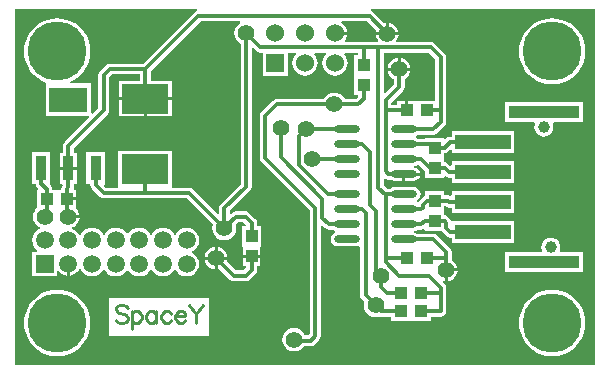
<source format=gtl>
G04 Layer_Physical_Order=1*
G04 Layer_Color=255*
%FSLAX43Y43*%
%MOMM*%
G71*
G01*
G75*
%ADD10R,1.000X1.100*%
%ADD11R,0.950X2.150*%
%ADD12R,3.250X2.150*%
%ADD13O,2.200X0.600*%
%ADD14R,1.100X1.000*%
%ADD15R,6.000X1.100*%
%ADD16R,4.700X1.300*%
%ADD17R,4.000X2.500*%
%ADD18C,0.300*%
%ADD19C,0.254*%
%ADD20R,1.524X1.524*%
%ADD21C,1.524*%
%ADD22C,1.000*%
%ADD23C,1.500*%
%ADD24R,1.500X1.500*%
%ADD25C,1.400*%
%ADD26C,5.000*%
G36*
X36041Y26310D02*
Y22800D01*
X34500D01*
Y22800D01*
X34454Y22754D01*
X33777D01*
Y22000D01*
X33523D01*
Y22754D01*
X32846D01*
Y22459D01*
X32309D01*
Y22660D01*
X33324Y23676D01*
X33424Y23824D01*
X33459Y24000D01*
Y24657D01*
X33481Y24667D01*
X33680Y24820D01*
X33833Y25019D01*
X33929Y25251D01*
X33946Y25373D01*
X32054D01*
X32071Y25251D01*
X32167Y25019D01*
X32320Y24820D01*
X32519Y24667D01*
X32541Y24657D01*
Y24190D01*
X31826Y23475D01*
X31709Y23524D01*
Y26869D01*
X35482D01*
X36041Y26310D01*
D02*
G37*
G36*
X49567Y433D02*
X433D01*
Y30567D01*
X15891D01*
X15904Y30440D01*
X15824Y30424D01*
X15676Y30324D01*
X11310Y25959D01*
X8500D01*
X8324Y25924D01*
X8176Y25824D01*
X7676Y25324D01*
X7576Y25176D01*
X7541Y25000D01*
Y22190D01*
X7042Y21691D01*
X6925Y21740D01*
Y24275D01*
X5120D01*
X5095Y24402D01*
X5325Y24497D01*
X5701Y24728D01*
X6036Y25014D01*
X6322Y25349D01*
X6553Y25725D01*
X6721Y26132D01*
X6824Y26561D01*
X6859Y27000D01*
X6824Y27439D01*
X6721Y27868D01*
X6553Y28275D01*
X6322Y28651D01*
X6036Y28986D01*
X5701Y29272D01*
X5325Y29503D01*
X4918Y29671D01*
X4489Y29774D01*
X4050Y29809D01*
X3611Y29774D01*
X3182Y29671D01*
X2775Y29503D01*
X2399Y29272D01*
X2064Y28986D01*
X1778Y28651D01*
X1547Y28275D01*
X1379Y27868D01*
X1276Y27439D01*
X1241Y27000D01*
X1276Y26561D01*
X1379Y26132D01*
X1547Y25725D01*
X1778Y25349D01*
X2064Y25014D01*
X2399Y24728D01*
X2775Y24497D01*
X3034Y24390D01*
X3075Y24275D01*
X3075Y24275D01*
X3075Y24275D01*
Y21525D01*
X6710D01*
X6759Y21408D01*
X4676Y19324D01*
X4576Y19176D01*
X4541Y19000D01*
Y18429D01*
X4271D01*
Y17227D01*
X5000D01*
X5729D01*
Y18429D01*
X5459D01*
Y18810D01*
X8324Y21676D01*
X8424Y21824D01*
X8459Y22000D01*
Y24810D01*
X8690Y25041D01*
X11041D01*
Y24504D01*
X9246D01*
Y23127D01*
X11500D01*
X13754D01*
Y24504D01*
X11959D01*
Y25310D01*
X16190Y29541D01*
X19512D01*
X19537Y29414D01*
X19536Y29413D01*
X19327Y29253D01*
X19167Y29044D01*
X19066Y28801D01*
X19031Y28540D01*
X19066Y28279D01*
X19167Y28036D01*
X19327Y27827D01*
X19536Y27667D01*
X19581Y27648D01*
Y15730D01*
X17876Y14024D01*
X17776Y13876D01*
X17741Y13700D01*
Y13274D01*
X17624Y13225D01*
X15524Y15324D01*
X15376Y15424D01*
X15200Y15459D01*
X13800D01*
Y18550D01*
X9200D01*
Y15459D01*
X8190D01*
X8031Y15618D01*
X8075Y15725D01*
X8075D01*
Y18475D01*
X6525D01*
Y15725D01*
X6841D01*
Y15700D01*
X6876Y15524D01*
X6976Y15376D01*
X7676Y14676D01*
X7824Y14576D01*
X8000Y14541D01*
X10000D01*
X10000Y14541D01*
X15010D01*
X17245Y12307D01*
X17226Y12261D01*
X17191Y12000D01*
X17226Y11739D01*
X17327Y11496D01*
X17487Y11287D01*
X17696Y11127D01*
X17939Y11026D01*
X18200Y10991D01*
X18461Y11026D01*
X18704Y11127D01*
X18913Y11287D01*
X19073Y11496D01*
X19174Y11739D01*
X19209Y12000D01*
X19174Y12261D01*
X19155Y12307D01*
X19390Y12541D01*
X19810D01*
X20024Y12327D01*
X20000Y12200D01*
X19700D01*
Y10562D01*
X19700Y10500D01*
X19746Y10392D01*
Y9777D01*
X20500D01*
X21254D01*
Y10392D01*
X21300Y10500D01*
X21300Y10562D01*
Y12200D01*
X20959D01*
Y12500D01*
X20924Y12676D01*
X20824Y12824D01*
X20324Y13324D01*
X20176Y13424D01*
X20000Y13459D01*
X19200D01*
X19024Y13424D01*
X18876Y13324D01*
X18776Y13225D01*
X18659Y13274D01*
Y13510D01*
X20364Y15216D01*
X20464Y15364D01*
X20499Y15540D01*
Y27266D01*
X20616Y27315D01*
X20928Y27004D01*
X21076Y26904D01*
X21252Y26869D01*
X21438D01*
Y24938D01*
X23562D01*
Y26869D01*
X24241D01*
X24271Y26742D01*
X24112Y26536D01*
X24005Y26277D01*
X23969Y26000D01*
X24005Y25723D01*
X24112Y25464D01*
X24283Y25243D01*
X24504Y25072D01*
X24763Y24965D01*
X25040Y24929D01*
X25317Y24965D01*
X25576Y25072D01*
X25797Y25243D01*
X25968Y25464D01*
X26075Y25723D01*
X26111Y26000D01*
X26075Y26277D01*
X25968Y26536D01*
X25809Y26742D01*
X25839Y26869D01*
X26781D01*
X26811Y26742D01*
X26652Y26536D01*
X26545Y26277D01*
X26509Y26000D01*
X26545Y25723D01*
X26652Y25464D01*
X26823Y25243D01*
X27044Y25072D01*
X27303Y24965D01*
X27580Y24929D01*
X27857Y24965D01*
X28116Y25072D01*
X28337Y25243D01*
X28508Y25464D01*
X28615Y25723D01*
X28651Y26000D01*
X28615Y26277D01*
X28508Y26536D01*
X28349Y26742D01*
X28379Y26869D01*
X29541D01*
Y26700D01*
X29200D01*
Y25127D01*
X29200Y25000D01*
X29200D01*
Y25000D01*
X29200D01*
Y23300D01*
X29500D01*
X29524Y23173D01*
X29310Y22959D01*
X28392D01*
X28374Y23004D01*
X28213Y23213D01*
X28004Y23374D01*
X27761Y23474D01*
X27500Y23509D01*
X27239Y23474D01*
X26996Y23374D01*
X26787Y23213D01*
X26627Y23004D01*
X26608Y22959D01*
X22660D01*
X22484Y22924D01*
X22336Y22824D01*
X21336Y21824D01*
X21236Y21676D01*
X21201Y21500D01*
Y18000D01*
X21236Y17824D01*
X21336Y17676D01*
X25441Y13570D01*
Y3090D01*
X25310Y2959D01*
X25034D01*
X24973Y3104D01*
X24813Y3313D01*
X24604Y3474D01*
X24361Y3574D01*
X24100Y3609D01*
X23839Y3574D01*
X23596Y3474D01*
X23387Y3313D01*
X23226Y3104D01*
X23126Y2861D01*
X23091Y2600D01*
X23126Y2339D01*
X23226Y2096D01*
X23387Y1887D01*
X23596Y1727D01*
X23839Y1626D01*
X24100Y1591D01*
X24361Y1626D01*
X24604Y1727D01*
X24813Y1887D01*
X24932Y2041D01*
X25500D01*
X25676Y2076D01*
X25824Y2176D01*
X26224Y2576D01*
X26324Y2724D01*
X26359Y2900D01*
Y12248D01*
X26476Y12296D01*
X26732Y12041D01*
X26881Y11941D01*
X27056Y11906D01*
X27407D01*
X27566Y11800D01*
X27591Y11795D01*
Y11665D01*
X27566Y11660D01*
X27367Y11528D01*
X27235Y11329D01*
X27188Y11095D01*
X27235Y10861D01*
X27367Y10662D01*
X27566Y10530D01*
X27800Y10483D01*
X29400D01*
X29564Y10516D01*
X29691Y10427D01*
Y6350D01*
X29726Y6174D01*
X29826Y6026D01*
X30045Y5807D01*
X30026Y5761D01*
X29991Y5500D01*
X30026Y5239D01*
X30126Y4996D01*
X30287Y4787D01*
X30496Y4627D01*
X30739Y4526D01*
X31000Y4491D01*
X31261Y4526D01*
X31364Y4568D01*
X31500Y4541D01*
X32300D01*
Y4200D01*
X34000D01*
Y4200D01*
X34000D01*
Y4200D01*
X35700D01*
Y4541D01*
X36500D01*
X36676Y4576D01*
X36824Y4676D01*
X36924Y4824D01*
X36959Y5000D01*
Y6500D01*
Y7000D01*
X36924Y7176D01*
X36824Y7324D01*
X36706Y7443D01*
X36749Y7561D01*
X36759Y7569D01*
X36873Y7554D01*
Y8500D01*
X37000D01*
Y8627D01*
X37946D01*
X37929Y8749D01*
X37833Y8981D01*
X37680Y9180D01*
X37481Y9333D01*
X37459Y9343D01*
Y10000D01*
X37424Y10176D01*
X37324Y10324D01*
X36229Y11419D01*
X36081Y11519D01*
X35905Y11554D01*
X34511D01*
X34416Y11617D01*
X34291Y11642D01*
Y11771D01*
X34434Y11800D01*
X34593Y11906D01*
X34865D01*
X35041Y11941D01*
X35073Y11963D01*
X35200Y11895D01*
Y11800D01*
X36592D01*
X36676Y11676D01*
X36986Y11366D01*
X37134Y11266D01*
X37310Y11231D01*
X37450D01*
Y10740D01*
X42750D01*
Y12640D01*
X37450D01*
X37382Y12739D01*
X37324Y12824D01*
X37174Y12974D01*
X37026Y13074D01*
X36850Y13109D01*
X36800D01*
Y13500D01*
X36800D01*
X36800Y13627D01*
Y13891D01*
X36927D01*
X37054Y13806D01*
X37230Y13771D01*
X37450D01*
Y13280D01*
X42750D01*
Y15180D01*
X37450D01*
Y14817D01*
X37323Y14749D01*
X37286Y14774D01*
X37110Y14809D01*
X36800D01*
Y15200D01*
X35200D01*
Y14779D01*
X35174Y14774D01*
X35026Y14674D01*
X34676Y14324D01*
X34637Y14267D01*
X34499Y14237D01*
X34502Y14385D01*
X34633Y14472D01*
X34765Y14671D01*
X34812Y14905D01*
X34765Y15139D01*
X34633Y15338D01*
X34434Y15470D01*
X34200Y15517D01*
X32600D01*
X32366Y15470D01*
X32207Y15364D01*
X31985D01*
X31709Y15640D01*
Y16159D01*
X31836Y16227D01*
X31919Y16171D01*
X32095Y16136D01*
X32289D01*
X32384Y16073D01*
X32600Y16030D01*
X33273D01*
Y16595D01*
X33400D01*
Y16722D01*
X34740D01*
X34722Y16811D01*
X34599Y16994D01*
X34416Y17117D01*
X34291Y17142D01*
Y17271D01*
X34434Y17300D01*
X34593Y17406D01*
X34675D01*
X35200Y16881D01*
Y16300D01*
X36800D01*
Y16392D01*
X36927Y16431D01*
X37054Y16346D01*
X37230Y16311D01*
X37450D01*
Y15820D01*
X42750D01*
Y17720D01*
X37450D01*
Y17378D01*
X37323Y17326D01*
X37174Y17474D01*
X37026Y17574D01*
X36850Y17609D01*
X36800D01*
Y18000D01*
X36800D01*
Y18000D01*
X36800D01*
Y18391D01*
X36850D01*
X37026Y18426D01*
X37174Y18526D01*
X37333Y18684D01*
X37450Y18635D01*
Y18360D01*
X42750D01*
Y20260D01*
X37450D01*
Y19769D01*
X37310D01*
X37134Y19734D01*
X36986Y19634D01*
X36917Y19566D01*
X36800Y19615D01*
Y19700D01*
X35200D01*
Y19594D01*
X34593D01*
X34434Y19700D01*
X34409Y19705D01*
Y19835D01*
X34434Y19840D01*
X34593Y19946D01*
X35905D01*
X36081Y19981D01*
X36229Y20081D01*
X36824Y20676D01*
X36924Y20824D01*
X36959Y21000D01*
Y22000D01*
Y26500D01*
X36924Y26676D01*
X36824Y26824D01*
X35996Y27652D01*
X35848Y27752D01*
X35672Y27787D01*
X32815D01*
X32753Y27914D01*
X32833Y28019D01*
X32929Y28251D01*
X32946Y28373D01*
X31054D01*
X31071Y28251D01*
X31167Y28019D01*
X31247Y27914D01*
X31185Y27787D01*
X28443D01*
X28380Y27914D01*
X28467Y28028D01*
X28570Y28275D01*
X28588Y28413D01*
X27580D01*
Y28667D01*
X28588D01*
X28570Y28805D01*
X28467Y29052D01*
X28305Y29265D01*
X28110Y29414D01*
X28116Y29478D01*
X28145Y29541D01*
X30310D01*
X31080Y28771D01*
X31071Y28749D01*
X31054Y28627D01*
X31873D01*
Y29446D01*
X31751Y29429D01*
X31729Y29420D01*
X30824Y30324D01*
X30676Y30424D01*
X30596Y30440D01*
X30609Y30567D01*
X49567D01*
Y433D01*
D02*
G37*
%LPC*%
G36*
X33127Y26446D02*
Y25627D01*
X33946D01*
X33929Y25749D01*
X33833Y25981D01*
X33680Y26180D01*
X33481Y26333D01*
X33249Y26429D01*
X33127Y26446D01*
D02*
G37*
G36*
X32873D02*
X32751Y26429D01*
X32519Y26333D01*
X32320Y26180D01*
X32167Y25981D01*
X32071Y25749D01*
X32054Y25627D01*
X32873D01*
Y26446D01*
D02*
G37*
G36*
X32127Y29446D02*
Y28627D01*
X32946D01*
X32929Y28749D01*
X32833Y28981D01*
X32680Y29180D01*
X32481Y29333D01*
X32249Y29429D01*
X32127Y29446D01*
D02*
G37*
G36*
X45950Y29809D02*
X45511Y29774D01*
X45082Y29671D01*
X44675Y29503D01*
X44299Y29272D01*
X43964Y28986D01*
X43678Y28651D01*
X43447Y28275D01*
X43279Y27868D01*
X43176Y27439D01*
X43141Y27000D01*
X43176Y26561D01*
X43279Y26132D01*
X43447Y25725D01*
X43678Y25349D01*
X43964Y25014D01*
X44299Y24728D01*
X44675Y24497D01*
X45082Y24329D01*
X45511Y24226D01*
X45950Y24191D01*
X46389Y24226D01*
X46818Y24329D01*
X47225Y24497D01*
X47601Y24728D01*
X47936Y25014D01*
X48222Y25349D01*
X48453Y25725D01*
X48621Y26132D01*
X48724Y26561D01*
X48759Y27000D01*
X48724Y27439D01*
X48621Y27868D01*
X48453Y28275D01*
X48222Y28651D01*
X47936Y28986D01*
X47601Y29272D01*
X47225Y29503D01*
X46818Y29671D01*
X46389Y29774D01*
X45950Y29809D01*
D02*
G37*
G36*
X13754Y22873D02*
X11627D01*
Y21496D01*
X13754D01*
Y22873D01*
D02*
G37*
G36*
X11373D02*
X9246D01*
Y21496D01*
X11373D01*
Y22873D01*
D02*
G37*
G36*
X48550Y22700D02*
X41950D01*
Y21000D01*
X44421D01*
X44505Y20873D01*
X44471Y20789D01*
X44443Y20580D01*
X44471Y20371D01*
X44551Y20177D01*
X44679Y20009D01*
X44847Y19881D01*
X45041Y19801D01*
X45250Y19773D01*
X45459Y19801D01*
X45653Y19881D01*
X45821Y20009D01*
X45949Y20177D01*
X46029Y20371D01*
X46057Y20580D01*
X46029Y20789D01*
X45995Y20873D01*
X46079Y21000D01*
X48550D01*
Y22700D01*
D02*
G37*
G36*
X34740Y16468D02*
X33527D01*
Y16030D01*
X34200D01*
X34416Y16073D01*
X34599Y16196D01*
X34722Y16379D01*
X34740Y16468D01*
D02*
G37*
G36*
X17627Y10446D02*
Y9627D01*
X18446D01*
X18429Y9749D01*
X18333Y9981D01*
X18180Y10180D01*
X17981Y10333D01*
X17749Y10429D01*
X17627Y10446D01*
D02*
G37*
G36*
X17373D02*
X17251Y10429D01*
X17019Y10333D01*
X16820Y10180D01*
X16667Y9981D01*
X16571Y9749D01*
X16554Y9627D01*
X17373D01*
Y10446D01*
D02*
G37*
G36*
Y9373D02*
X16554D01*
X16571Y9251D01*
X16667Y9019D01*
X16820Y8820D01*
X17019Y8667D01*
X17251Y8571D01*
X17373Y8554D01*
Y9373D01*
D02*
G37*
G36*
X21254Y9523D02*
X20500D01*
X19746D01*
Y8846D01*
X20041D01*
Y8690D01*
X19810Y8459D01*
X19190D01*
X18420Y9229D01*
X18429Y9251D01*
X18446Y9373D01*
X17627D01*
Y8554D01*
X17749Y8571D01*
X17771Y8580D01*
X18676Y7676D01*
X18824Y7576D01*
X19000Y7541D01*
X20000D01*
X20176Y7576D01*
X20324Y7676D01*
X20824Y8176D01*
X20924Y8324D01*
X20959Y8500D01*
Y8846D01*
X21254D01*
Y9523D01*
D02*
G37*
G36*
X45850Y11227D02*
X45641Y11199D01*
X45447Y11119D01*
X45279Y10991D01*
X45151Y10823D01*
X45071Y10629D01*
X45043Y10420D01*
X45071Y10211D01*
X45105Y10127D01*
X45021Y10000D01*
X41950D01*
Y8300D01*
X48550D01*
Y10000D01*
X46679D01*
X46595Y10127D01*
X46629Y10211D01*
X46657Y10420D01*
X46629Y10629D01*
X46549Y10823D01*
X46421Y10991D01*
X46253Y11119D01*
X46059Y11199D01*
X45850Y11227D01*
D02*
G37*
G36*
X3475Y18475D02*
X1925D01*
Y15725D01*
X2256D01*
X2276Y15624D01*
X2376Y15476D01*
X2434Y15417D01*
X2385Y15300D01*
X2300D01*
Y13723D01*
X2287Y13713D01*
X2126Y13504D01*
X2026Y13261D01*
X1991Y13000D01*
X2026Y12739D01*
X2126Y12496D01*
X2287Y12287D01*
X2496Y12127D01*
X2570Y12096D01*
Y11958D01*
X2470Y11917D01*
X2251Y11749D01*
X2083Y11530D01*
X1977Y11274D01*
X1941Y11000D01*
X1977Y10726D01*
X2083Y10470D01*
X2251Y10251D01*
X2348Y10177D01*
X2305Y10050D01*
X1950D01*
Y7950D01*
X4050D01*
Y8380D01*
X4177Y8423D01*
X4284Y8284D01*
X4494Y8123D01*
X4738Y8022D01*
X4873Y8004D01*
Y9000D01*
X5127D01*
Y8004D01*
X5262Y8022D01*
X5506Y8123D01*
X5716Y8284D01*
X5877Y8494D01*
X5906Y8565D01*
X6044D01*
X6083Y8470D01*
X6251Y8251D01*
X6470Y8083D01*
X6726Y7977D01*
X7000Y7941D01*
X7274Y7977D01*
X7530Y8083D01*
X7749Y8251D01*
X7917Y8470D01*
X7937Y8517D01*
X8064D01*
X8083Y8470D01*
X8251Y8251D01*
X8470Y8083D01*
X8726Y7977D01*
X9000Y7941D01*
X9274Y7977D01*
X9530Y8083D01*
X9749Y8251D01*
X9917Y8470D01*
X9936Y8517D01*
X10064D01*
X10083Y8470D01*
X10251Y8251D01*
X10470Y8083D01*
X10726Y7977D01*
X11000Y7941D01*
X11274Y7977D01*
X11530Y8083D01*
X11749Y8251D01*
X11917Y8470D01*
X11936Y8517D01*
X12064D01*
X12083Y8470D01*
X12251Y8251D01*
X12470Y8083D01*
X12726Y7977D01*
X13000Y7941D01*
X13274Y7977D01*
X13530Y8083D01*
X13749Y8251D01*
X13917Y8470D01*
X13936Y8517D01*
X14064D01*
X14083Y8470D01*
X14251Y8251D01*
X14470Y8083D01*
X14726Y7977D01*
X15000Y7941D01*
X15274Y7977D01*
X15530Y8083D01*
X15749Y8251D01*
X15917Y8470D01*
X16023Y8726D01*
X16059Y9000D01*
X16023Y9274D01*
X15917Y9530D01*
X15749Y9749D01*
X15530Y9917D01*
X15483Y9936D01*
Y10064D01*
X15530Y10083D01*
X15749Y10251D01*
X15917Y10470D01*
X16023Y10726D01*
X16059Y11000D01*
X16023Y11274D01*
X15917Y11530D01*
X15749Y11749D01*
X15530Y11917D01*
X15274Y12023D01*
X15000Y12059D01*
X14726Y12023D01*
X14470Y11917D01*
X14251Y11749D01*
X14083Y11530D01*
X14064Y11483D01*
X13936D01*
X13917Y11530D01*
X13749Y11749D01*
X13530Y11917D01*
X13274Y12023D01*
X13000Y12059D01*
X12726Y12023D01*
X12470Y11917D01*
X12251Y11749D01*
X12083Y11530D01*
X12064Y11483D01*
X11936D01*
X11917Y11530D01*
X11749Y11749D01*
X11530Y11917D01*
X11274Y12023D01*
X11000Y12059D01*
X10726Y12023D01*
X10470Y11917D01*
X10251Y11749D01*
X10083Y11530D01*
X10064Y11483D01*
X9936D01*
X9917Y11530D01*
X9749Y11749D01*
X9530Y11917D01*
X9274Y12023D01*
X9000Y12059D01*
X8726Y12023D01*
X8470Y11917D01*
X8251Y11749D01*
X8083Y11530D01*
X8064Y11483D01*
X7937D01*
X7917Y11530D01*
X7749Y11749D01*
X7530Y11917D01*
X7274Y12023D01*
X7000Y12059D01*
X6726Y12023D01*
X6470Y11917D01*
X6251Y11749D01*
X6083Y11530D01*
X6044Y11435D01*
X5906D01*
X5877Y11506D01*
X5716Y11716D01*
X5506Y11877D01*
X5310Y11958D01*
X5309Y12095D01*
X5481Y12167D01*
X5680Y12320D01*
X5833Y12519D01*
X5929Y12751D01*
X5946Y12873D01*
X5000D01*
Y13127D01*
X5946D01*
X5929Y13249D01*
X5833Y13481D01*
X5710Y13642D01*
X5654Y13746D01*
Y14373D01*
X4850D01*
Y14627D01*
X5654D01*
Y15254D01*
X5518D01*
X5435Y15381D01*
X5459Y15500D01*
Y15771D01*
X5729D01*
Y16973D01*
X5000D01*
X4271D01*
Y15771D01*
X4443D01*
X4471Y15738D01*
X4505Y15644D01*
X4426Y15526D01*
X4391Y15350D01*
Y15254D01*
X4108D01*
X4000Y15300D01*
X3938Y15300D01*
X3609D01*
Y15350D01*
X3574Y15526D01*
X3517Y15610D01*
X3475Y15725D01*
X3475Y15725D01*
X3475Y15725D01*
Y18475D01*
D02*
G37*
G36*
X37946Y8373D02*
X37127D01*
Y7554D01*
X37249Y7571D01*
X37481Y7667D01*
X37680Y7820D01*
X37833Y8019D01*
X37929Y8251D01*
X37946Y8373D01*
D02*
G37*
G36*
X16940Y6078D02*
X8446D01*
Y2938D01*
X16940D01*
Y6078D01*
D02*
G37*
G36*
X45950Y6809D02*
X45511Y6774D01*
X45082Y6671D01*
X44675Y6503D01*
X44299Y6272D01*
X43964Y5986D01*
X43678Y5651D01*
X43447Y5275D01*
X43279Y4868D01*
X43176Y4439D01*
X43141Y4000D01*
X43176Y3561D01*
X43279Y3132D01*
X43447Y2725D01*
X43678Y2349D01*
X43964Y2014D01*
X44299Y1728D01*
X44675Y1497D01*
X45082Y1329D01*
X45511Y1226D01*
X45950Y1191D01*
X46389Y1226D01*
X46818Y1329D01*
X47225Y1497D01*
X47601Y1728D01*
X47936Y2014D01*
X48222Y2349D01*
X48453Y2725D01*
X48621Y3132D01*
X48724Y3561D01*
X48759Y4000D01*
X48724Y4439D01*
X48621Y4868D01*
X48453Y5275D01*
X48222Y5651D01*
X47936Y5986D01*
X47601Y6272D01*
X47225Y6503D01*
X46818Y6671D01*
X46389Y6774D01*
X45950Y6809D01*
D02*
G37*
G36*
X4050D02*
X3611Y6774D01*
X3182Y6671D01*
X2775Y6503D01*
X2399Y6272D01*
X2064Y5986D01*
X1778Y5651D01*
X1547Y5275D01*
X1379Y4868D01*
X1276Y4439D01*
X1241Y4000D01*
X1276Y3561D01*
X1379Y3132D01*
X1547Y2725D01*
X1778Y2349D01*
X2064Y2014D01*
X2399Y1728D01*
X2775Y1497D01*
X3182Y1329D01*
X3611Y1226D01*
X4050Y1191D01*
X4489Y1226D01*
X4918Y1329D01*
X5325Y1497D01*
X5701Y1728D01*
X6036Y2014D01*
X6322Y2349D01*
X6553Y2725D01*
X6721Y3132D01*
X6824Y3561D01*
X6859Y4000D01*
X6824Y4439D01*
X6721Y4868D01*
X6553Y5275D01*
X6322Y5651D01*
X6036Y5986D01*
X5701Y6272D01*
X5325Y6503D01*
X4918Y6671D01*
X4489Y6774D01*
X4050Y6809D01*
D02*
G37*
%LPD*%
D10*
X20500Y11350D02*
D03*
Y9650D02*
D03*
X30000Y24150D02*
D03*
Y25850D02*
D03*
X36000Y14350D02*
D03*
Y12650D02*
D03*
Y18850D02*
D03*
Y17150D02*
D03*
D11*
X2700Y17100D02*
D03*
X5000D02*
D03*
X7300D02*
D03*
D12*
X5000Y22900D02*
D03*
D13*
X33400Y11095D02*
D03*
Y12365D02*
D03*
Y13635D02*
D03*
Y14905D02*
D03*
X28600Y11095D02*
D03*
Y12365D02*
D03*
Y13635D02*
D03*
Y14905D02*
D03*
X33400Y16595D02*
D03*
Y17865D02*
D03*
Y19135D02*
D03*
Y20405D02*
D03*
X28600Y16595D02*
D03*
Y17865D02*
D03*
Y19135D02*
D03*
Y20405D02*
D03*
D14*
X33150Y6500D02*
D03*
X34850D02*
D03*
X33150Y5000D02*
D03*
X34850D02*
D03*
X3150Y14500D02*
D03*
X4850D02*
D03*
X35350Y22000D02*
D03*
X33650D02*
D03*
X33650Y9500D02*
D03*
X35350D02*
D03*
D15*
X45250Y9150D02*
D03*
Y21850D02*
D03*
D16*
X40100Y19310D02*
D03*
Y16770D02*
D03*
Y14230D02*
D03*
Y11690D02*
D03*
D17*
X11500Y17000D02*
D03*
Y23000D02*
D03*
D18*
X30500Y14000D02*
Y18500D01*
X29865Y19135D02*
X30500Y18500D01*
X28600Y19135D02*
X29865D01*
X35150Y12650D02*
X36000D01*
X34865Y12365D02*
X35150Y12650D01*
X35350Y14350D02*
X36000D01*
X35000Y14000D02*
X35350Y14350D01*
X35000Y13770D02*
Y14000D01*
X34865Y13635D02*
X35000Y13770D01*
X36000Y14350D02*
X37110D01*
X37230Y14230D01*
X37000Y12000D02*
Y12500D01*
X36850Y12650D02*
X37000Y12500D01*
X36000Y12650D02*
X36850D01*
X37000Y12000D02*
X37310Y11690D01*
X30500Y30000D02*
X32000Y28500D01*
X16000Y30000D02*
X30500D01*
X11500Y25500D02*
X16000Y30000D01*
X18200Y13700D02*
X20040Y15540D01*
X18200Y12000D02*
Y13700D01*
X20040Y15540D02*
Y28540D01*
X31250Y15450D02*
Y27328D01*
X30000D02*
X35672D01*
X21252D02*
X30000D01*
Y25850D02*
Y27328D01*
X29500Y22500D02*
X30000Y23000D01*
Y24150D01*
X27500Y22500D02*
X29500D01*
X31250Y15450D02*
X31850Y14850D01*
X30500Y14000D02*
X31000Y13500D01*
X31905Y14905D02*
X33400D01*
X31850Y14850D02*
X31905Y14905D01*
X31850Y9500D02*
Y14850D01*
X31000Y8500D02*
Y13500D01*
X37000Y9000D02*
X37500Y8500D01*
X31850Y16840D02*
Y22850D01*
X32000Y22000D02*
X33650D01*
X31850Y22850D02*
X33000Y24000D01*
Y25500D01*
X11500Y15000D02*
X15200D01*
X18200Y12000D01*
X31500Y5000D02*
X33150D01*
X31000Y5500D02*
X31500Y5000D01*
X32000Y6500D02*
X33150D01*
X36500D02*
Y7000D01*
X35500Y8000D02*
X36500Y7000D01*
X33000Y8000D02*
X35500D01*
X31437Y7063D02*
X32000Y6500D01*
X31437Y7063D02*
Y7937D01*
X37000Y9000D02*
Y9500D01*
X11500Y23000D02*
Y25500D01*
X8500D02*
X11500D01*
Y15000D02*
Y17000D01*
X10000Y15000D02*
X11500D01*
X8000Y15000D02*
X10000D01*
X7300Y15700D02*
X8000Y15000D01*
X7300Y15700D02*
Y17100D01*
X10000Y15000D02*
X10000Y15000D01*
X30150Y6350D02*
X31000Y5500D01*
X30150Y6350D02*
Y13350D01*
X31437Y7937D02*
Y8063D01*
X31000Y8500D02*
X31437Y8063D01*
X19200Y13000D02*
X20000D01*
X18200Y12000D02*
X19200Y13000D01*
X17500Y9500D02*
X17500D01*
X19000Y8000D01*
X20000D01*
X20500Y8500D01*
Y9650D01*
X20000Y13000D02*
X20500Y12500D01*
Y11350D02*
Y12500D01*
X36500Y5000D02*
Y6500D01*
X35350Y5000D02*
X36500D01*
X35350Y6500D02*
X36500D01*
X31850Y9150D02*
X33000Y8000D01*
X31850Y9150D02*
Y9500D01*
X33650D01*
X37000D02*
Y10000D01*
X35905Y11095D02*
X37000Y10000D01*
X33400Y11095D02*
X35905D01*
X35350Y9500D02*
X37000D01*
X36500Y22000D02*
Y26500D01*
X35672Y27328D02*
X36500Y26500D01*
X35905Y20405D02*
X36500Y21000D01*
Y22000D01*
X35350D02*
X36500D01*
X33400Y20405D02*
X35905D01*
X20040Y28540D02*
X21252Y27328D01*
X25500Y2500D02*
X25900Y2900D01*
X24200Y2500D02*
X25500D01*
X24100Y2600D02*
X24200Y2500D01*
X25900Y2900D02*
Y13760D01*
X21660Y18000D02*
X25900Y13760D01*
X21660Y18000D02*
Y21500D01*
X22660Y22500D01*
X27500D01*
X23000Y18025D02*
X26500Y14525D01*
Y12921D02*
Y14525D01*
Y12921D02*
X27056Y12365D01*
X23000Y18025D02*
Y20500D01*
X24485Y19795D02*
X25095Y20405D01*
X24485Y17389D02*
Y19795D01*
Y17389D02*
X26969Y14905D01*
X31850Y16840D02*
X32095Y16595D01*
X29865Y13635D02*
X30150Y13350D01*
X32095Y16595D02*
X33400D01*
X28600Y13635D02*
X29865D01*
X26969Y14905D02*
X28600D01*
X25095Y20405D02*
X28600D01*
X25635Y17865D02*
X28600D01*
X8000Y25000D02*
X8500Y25500D01*
X8000Y22000D02*
Y25000D01*
X5000Y19000D02*
X8000Y22000D01*
X5000Y17100D02*
Y19000D01*
X4850Y15350D02*
X5000Y15500D01*
X4850Y14500D02*
Y15350D01*
X5000Y15500D02*
Y17100D01*
X3150Y14500D02*
Y15350D01*
X2700Y15800D02*
X3150Y15350D01*
X2700Y15800D02*
Y17100D01*
X27056Y12365D02*
X28600D01*
X37310Y11690D02*
X40100D01*
X37230Y14230D02*
X40100D01*
X33400Y12365D02*
X34865D01*
X33400Y13635D02*
X34865D01*
X35580Y17150D02*
X36000D01*
X34865Y17865D02*
X35580Y17150D01*
X33400Y17865D02*
X34865D01*
X36000Y17150D02*
X36850D01*
X37230Y16770D01*
X40100D01*
X36000Y18850D02*
X36850D01*
X37310Y19310D01*
X40100D01*
X35715Y19135D02*
X36000Y18850D01*
X33400Y19135D02*
X35715D01*
X3000Y13000D02*
X3150Y13150D01*
Y14500D01*
X4850Y13150D02*
Y14500D01*
Y13150D02*
X5000Y13000D01*
D19*
X10016Y5306D02*
X9871Y5451D01*
X9653Y5524D01*
X9363D01*
X9145Y5451D01*
X9000Y5306D01*
Y5161D01*
X9073Y5016D01*
X9145Y4943D01*
X9290Y4871D01*
X9726Y4726D01*
X9871Y4653D01*
X9943Y4580D01*
X10016Y4435D01*
Y4218D01*
X9871Y4073D01*
X9653Y4000D01*
X9363D01*
X9145Y4073D01*
X9000Y4218D01*
X10357Y5016D02*
Y3492D01*
Y4798D02*
X10502Y4943D01*
X10647Y5016D01*
X10865D01*
X11010Y4943D01*
X11155Y4798D01*
X11227Y4580D01*
Y4435D01*
X11155Y4218D01*
X11010Y4073D01*
X10865Y4000D01*
X10647D01*
X10502Y4073D01*
X10357Y4218D01*
X12425Y5016D02*
Y4000D01*
Y4798D02*
X12280Y4943D01*
X12134Y5016D01*
X11917D01*
X11772Y4943D01*
X11627Y4798D01*
X11554Y4580D01*
Y4435D01*
X11627Y4218D01*
X11772Y4073D01*
X11917Y4000D01*
X12134D01*
X12280Y4073D01*
X12425Y4218D01*
X13702Y4798D02*
X13557Y4943D01*
X13411Y5016D01*
X13194D01*
X13049Y4943D01*
X12903Y4798D01*
X12831Y4580D01*
Y4435D01*
X12903Y4218D01*
X13049Y4073D01*
X13194Y4000D01*
X13411D01*
X13557Y4073D01*
X13702Y4218D01*
X14028Y4580D02*
X14899D01*
Y4726D01*
X14826Y4871D01*
X14754Y4943D01*
X14609Y5016D01*
X14391D01*
X14246Y4943D01*
X14101Y4798D01*
X14028Y4580D01*
Y4435D01*
X14101Y4218D01*
X14246Y4073D01*
X14391Y4000D01*
X14609D01*
X14754Y4073D01*
X14899Y4218D01*
X15225Y5524D02*
X15806Y4798D01*
Y4000D01*
X16386Y5524D02*
X15806Y4798D01*
D20*
X22500Y26000D02*
D03*
D21*
Y28540D02*
D03*
X25040Y26000D02*
D03*
Y28540D02*
D03*
X27580D02*
D03*
Y26000D02*
D03*
D22*
X45850Y10420D02*
D03*
X45250Y20580D02*
D03*
D23*
X15000Y11000D02*
D03*
Y9000D02*
D03*
X13000Y11000D02*
D03*
Y9000D02*
D03*
X11000Y11000D02*
D03*
Y9000D02*
D03*
X9000Y11000D02*
D03*
Y9000D02*
D03*
X7000Y11000D02*
D03*
Y9000D02*
D03*
X5000Y11000D02*
D03*
Y9000D02*
D03*
X3000Y11000D02*
D03*
D24*
Y9000D02*
D03*
D25*
X32000Y28500D02*
D03*
X33000Y25500D02*
D03*
X37000Y8500D02*
D03*
X31000Y5500D02*
D03*
X31437Y7937D02*
D03*
X20040Y28540D02*
D03*
X24100Y2600D02*
D03*
X27500Y22500D02*
D03*
X18200Y12000D02*
D03*
X17500Y9500D02*
D03*
X23000Y20500D02*
D03*
X25095Y20405D02*
D03*
X25635Y17865D02*
D03*
X5000Y13000D02*
D03*
X3000Y13000D02*
D03*
D26*
X45950Y4000D02*
D03*
Y27000D02*
D03*
X4050D02*
D03*
Y4000D02*
D03*
M02*

</source>
